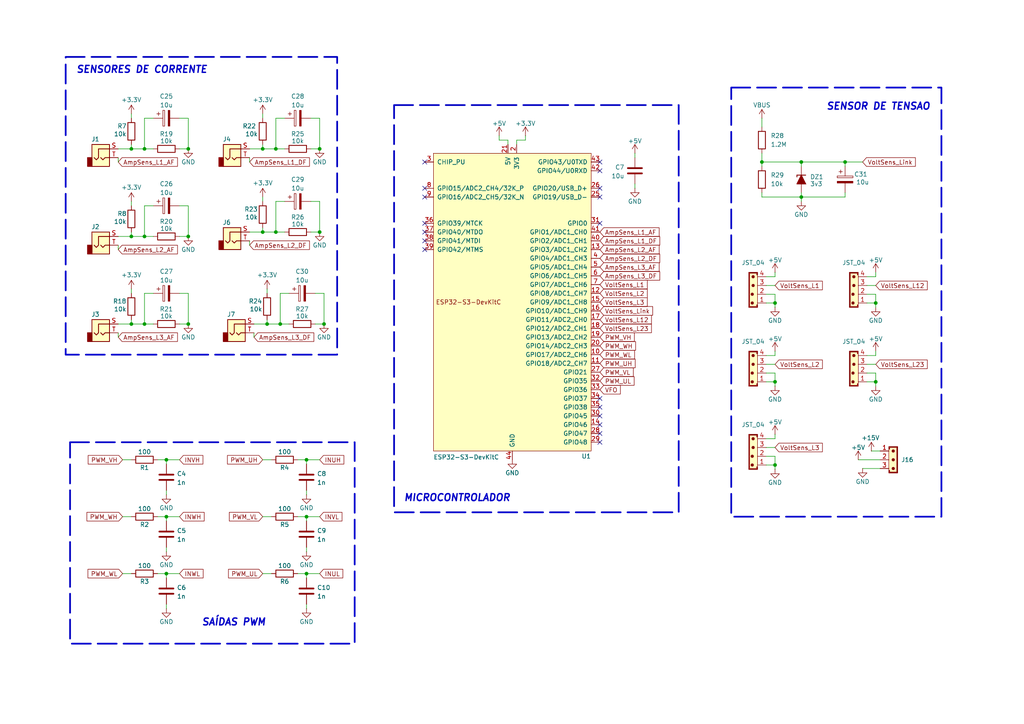
<source format=kicad_sch>
(kicad_sch (version 20231120) (generator "eeschema") (generator_version "8.0")
  (paper "A4")
  (title_block (title "Microcontrolador") (date "2025-02-24") (rev "V1") (company "Autor: José Fonseca") (comment 1 "UFPEL") (comment 2 "GSIC"))
  (lib_symbols
    (symbol "Connector_Audio:AudioJack2"
      (property "Reference" "J" (at 0 8.89 0))
      (property "Value" "AudioJack2" (at 0 6.35 0))
      (symbol "AudioJack2_0_1"
        (rectangle (start -3.81 0) (end -2.54 -2.54) (stroke (width 0.254)) (fill (type outline)))
        (rectangle (start -2.54 3.81) (end 2.54 -2.54) (stroke (width 0.254)) (fill (type background)))
        (polyline (pts (xy 0 0) (xy 0.635 -0.635) (xy 1.27 0) (xy 2.54 0)) (stroke (width 0.254)))
        (polyline (pts (xy 2.54 2.54) (xy -0.635 2.54) (xy -0.635 0) (xy -1.27 -0.635) (xy -1.905 0)) (stroke (width 0.254)))
      )
      (symbol "AudioJack2_1_1"
        (pin passive line (at 5.08 2.54 180) (length 2.54) (name "~") (number "S"))
        (pin passive line (at 5.08 0 180) (length 2.54) (name "~") (number "T"))
      )
    )
    (symbol "Device:C" (pin_numbers hide) (pin_names (offset 0.254))
      (property "Reference" "C" (at 0.635 2.54 0))
      (property "Value" "C" (at 0.635 -2.54 0))
      (symbol "C_0_1"
        (polyline (pts (xy -2.032 -0.762) (xy 2.032 -0.762)) (stroke (width 0.508)))
        (polyline (pts (xy -2.032 0.762) (xy 2.032 0.762)) (stroke (width 0.508)))
      )
      (symbol "C_1_1"
        (pin passive line (at 0 3.81 270) (length 2.794) (name "~") (number "1"))
        (pin passive line (at 0 -3.81 90) (length 2.794) (name "~") (number "2"))
      )
    )
    (symbol "Device:C_Polarized" (pin_numbers hide) (pin_names (offset 0.254))
      (property "Reference" "C" (at 0.635 2.54 0))
      (property "Value" "C_Polarized" (at 0.635 -2.54 0))
      (symbol "C_Polarized_0_1"
        (rectangle (start -2.286 0.508) (end 2.286 1.016))
        (polyline (pts (xy -1.778 2.286) (xy -0.762 2.286)))
        (polyline (pts (xy -1.27 2.794) (xy -1.27 1.778)))
        (rectangle (start 2.286 -0.508) (end -2.286 -1.016) (fill (type outline)))
      )
      (symbol "C_Polarized_1_1"
        (pin passive line (at 0 3.81 270) (length 2.794) (name "~") (number "1"))
        (pin passive line (at 0 -3.81 90) (length 2.794) (name "~") (number "2"))
      )
    )
    (symbol "Device:R" (pin_numbers hide) (pin_names (offset 0))
      (property "Reference" "R" (at 2.032 0 90))
      (property "Value" "R" (at 0 0 90))
      (symbol "R_0_1"
        (rectangle (start -1.016 -2.54) (end 1.016 2.54) (stroke (width 0.254)))
      )
      (symbol "R_1_1"
        (pin passive line (at 0 3.81 270) (length 1.27) (name "~") (number "1"))
        (pin passive line (at 0 -3.81 90) (length 1.27) (name "~") (number "2"))
      )
    )
    (symbol "PCM_Diode_Zener_AKL:D_Zener_Generic" (pin_numbers hide) (pin_names (offset 1.016) hide)
      (property "Reference" "DZ" (at 0 5.08 0))
      (property "Value" "D_Zener_Generic" (at 0 2.54 0))
      (symbol "D_Zener_Generic_0_1"
        (polyline (pts (xy -1.27 0) (xy 1.27 0)))
        (polyline (pts (xy 1.27 1.27) (xy 0.762 1.27)) (stroke (width 0.254)))
        (polyline (pts (xy 1.27 1.27) (xy 1.27 -1.27)) (stroke (width 0.254)))
        (polyline (pts (xy -1.27 -1.27) (xy -1.27 1.27) (xy 1.27 0) (xy -1.27 -1.27)) (stroke (width 0.254)) (fill (type outline)))
      )
      (symbol "D_Zener_Generic_1_1"
        (pin passive line (at 3.81 0 180) (length 2.54) (name "K") (number "1"))
        (pin passive line (at -3.81 0 0) (length 2.54) (name "A") (number "2"))
      )
    )
    (symbol "PCM_Espressif:ESP32-S3-DevKitC" (pin_names (offset 1.016))
      (property "Reference" "U" (at -22.86 48.26 0))
      (property "Value" "ESP32-S3-DevKitC" (at -22.86 45.72 0))
      (symbol "ESP32-S3-DevKitC_0_0"
        (text "ESP32-S3-DevKitC" (at -12.7 0 0) (effects (font (size 1.27 1.27))))
        (pin bidirectional line (at 25.4 -35.56 180) (length 2.54) (name "GPIO46") (number "14"))
        (pin bidirectional line (at 25.4 -10.16 180) (length 2.54) (name "GPIO13/ADC2_CH2") (number "19"))
        (pin bidirectional line (at -25.4 15.24 0) (length 2.54) (name "GPIO42/MTMS") (number "39"))
        (pin bidirectional line (at 25.4 17.78 180) (length 2.54) (name "GPIO2/ADC1_CH1") (number "40"))
        (pin bidirectional line (at 25.4 20.32 180) (length 2.54) (name "GPIO1/ADC1_CH0") (number "41"))
        (pin bidirectional line (at 25.4 38.1 180) (length 2.54) (name "GPIO44/U0RXD") (number "42"))
        (pin bidirectional line (at 25.4 40.64 180) (length 2.54) (name "GPIO43/U0TXD") (number "43"))
        (pin power_in line (at 0 -45.72 90) (length 2.54) (name "GND") (number "44"))
      )
      (symbol "ESP32-S3-DevKitC_0_1"
        (rectangle (start -22.86 43.18) (end 22.86 -43.18) (fill (type background)))
        (pin power_in line (at 1.27 45.72 270) (length 2.54) (name "3V3") (number "2"))
      )
      (symbol "ESP32-S3-DevKitC_1_1"
        (pin passive line (at 1.27 45.72 270) (length 2.54) hide (name "3V3") (number "1"))
        (pin bidirectional line (at 25.4 -15.24 180) (length 2.54) (name "GPIO17/ADC2_CH6") (number "10"))
        (pin bidirectional line (at 25.4 -17.78 180) (length 2.54) (name "GPIO18/ADC2_CH7") (number "11"))
        (pin bidirectional line (at 25.4 2.54 180) (length 2.54) (name "GPIO8/ADC1_CH7") (number "12"))
        (pin bidirectional line (at 25.4 15.24 180) (length 2.54) (name "GPIO3/ADC1_CH2") (number "13"))
        (pin bidirectional line (at 25.4 0 180) (length 2.54) (name "GPIO9/ADC1_CH8") (number "15"))
        (pin bidirectional line (at 25.4 -2.54 180) (length 2.54) (name "GPIO10/ADC1_CH9") (number "16"))
        (pin bidirectional line (at 25.4 -5.08 180) (length 2.54) (name "GPIO11/ADC2_CH0") (number "17"))
        (pin bidirectional line (at 25.4 -7.62 180) (length 2.54) (name "GPIO12/ADC2_CH1") (number "18"))
        (pin bidirectional line (at 25.4 -12.7 180) (length 2.54) (name "GPIO14/ADC2_CH3") (number "20"))
        (pin power_in line (at -1.27 45.72 270) (length 2.54) (name "5V") (number "21"))
        (pin passive line (at 0 -45.72 90) (length 2.54) hide (name "GND") (number "22"))
        (pin passive line (at 0 -45.72 90) (length 2.54) hide (name "GND") (number "23"))
        (pin passive line (at 0 -45.72 90) (length 2.54) hide (name "GND") (number "24"))
        (pin bidirectional line (at 25.4 30.48 180) (length 2.54) (name "GPIO19/USB_D-") (number "25"))
        (pin bidirectional line (at 25.4 33.02 180) (length 2.54) (name "GPIO20/USB_D+") (number "26"))
        (pin bidirectional line (at 25.4 -20.32 180) (length 2.54) (name "GPIO21") (number "27"))
        (pin bidirectional line (at 25.4 -38.1 180) (length 2.54) (name "GPIO47") (number "28"))
        (pin bidirectional line (at 25.4 -40.64 180) (length 2.54) (name "GPIO48") (number "29"))
        (pin input line (at -25.4 40.64 0) (length 2.54) (name "CHIP_PU") (number "3"))
        (pin bidirectional line (at 25.4 -33.02 180) (length 2.54) (name "GPIO45") (number "30"))
        (pin bidirectional line (at 25.4 22.86 180) (length 2.54) (name "GPIO0") (number "31"))
        (pin bidirectional line (at 25.4 -22.86 180) (length 2.54) (name "GPIO35") (number "32"))
        (pin bidirectional line (at 25.4 -25.4 180) (length 2.54) (name "GPIO36") (number "33"))
        (pin bidirectional line (at 25.4 -27.94 180) (length 2.54) (name "GPIO37") (number "34"))
        (pin bidirectional line (at 25.4 -30.48 180) (length 2.54) (name "GPIO38") (number "35"))
        (pin bidirectional line (at -25.4 22.86 0) (length 2.54) (name "GPIO39/MTCK") (number "36"))
        (pin bidirectional line (at -25.4 20.32 0) (length 2.54) (name "GPIO40/MTDO") (number "37"))
        (pin bidirectional line (at -25.4 17.78 0) (length 2.54) (name "GPIO41/MTDI") (number "38"))
        (pin bidirectional line (at 25.4 12.7 180) (length 2.54) (name "GPIO4/ADC1_CH3") (number "4"))
        (pin bidirectional line (at 25.4 10.16 180) (length 2.54) (name "GPIO5/ADC1_CH4") (number "5"))
        (pin bidirectional line (at 25.4 7.62 180) (length 2.54) (name "GPIO6/ADC1_CH5") (number "6"))
        (pin bidirectional line (at 25.4 5.08 180) (length 2.54) (name "GPIO7/ADC1_CH6") (number "7"))
        (pin bidirectional line (at -25.4 33.02 0) (length 2.54) (name "GPIO15/ADC2_CH4/32K_P") (number "8"))
        (pin bidirectional line (at -25.4 30.48 0) (length 2.54) (name "GPIO16/ADC2_CH5/32K_N") (number "9"))
      )
    )
    (symbol "PCM_SL_Connectors:JST_03"
      (property "Reference" "J" (at 0 8.89 0))
      (property "Value" "JST_03" (at 0 6.35 0))
      (symbol "JST_03_0_1"
        (rectangle (start -1.27 3.81) (end 1.27 -3.81) (fill (type background)))
        (circle (center 0 -2.54) (radius 0.381) (fill (type outline)))
        (polyline (pts (xy -1.27 -3.048) (xy -1.27 -3.81) (xy 1.27 -3.81) (xy 1.27 -3.048) (xy 1.016 -3.048) (xy 1.016 -3.556) (xy -1.016 -3.556) (xy -1.016 -3.048) (xy -1.27 -3.048)) (fill (type outline)))
        (polyline (pts (xy 1.27 3.048) (xy 1.27 3.81) (xy -1.27 3.81) (xy -1.27 3.048) (xy -1.016 3.048) (xy -1.016 3.556) (xy 1.016 3.556) (xy 1.016 3.048) (xy 1.27 3.048)) (fill (type outline)))
        (circle (center 0 0) (radius 0.381) (fill (type outline)))
        (circle (center 0 2.54) (radius 0.381) (fill (type outline)))
        (rectangle (start 1.016 3.048) (end 1.27 -3.048) (fill (type outline)))
      )
      (symbol "JST_03_1_1"
        (pin passive line (at -3.81 2.54 0) (length 2.54) (name "") (number "1"))
        (pin passive line (at -3.81 0 0) (length 2.54) (name "") (number "2"))
        (pin passive line (at -3.81 -2.54 0) (length 2.54) (name "") (number "3"))
      )
    )
    (symbol "PCM_SL_Connectors:JST_04"
      (property "Reference" "J" (at 0 10.414 0))
      (property "Value" "JST_04" (at 0 7.874 0))
      (symbol "JST_04_0_1"
        (rectangle (start -1.27 5.334) (end 1.27 -4.826) (fill (type background)))
        (circle (center 0 -3.556) (radius 0.381) (fill (type outline)))
        (circle (center 0 -1.016) (radius 0.381) (fill (type outline)))
        (polyline (pts (xy -1.27 -4.064) (xy -1.27 -4.826) (xy 1.27 -4.826) (xy 1.27 -4.064) (xy 1.016 -4.064) (xy 1.016 -4.572) (xy -1.016 -4.572) (xy -1.016 -4.064) (xy -1.27 -4.064)) (fill (type outline)))
        (polyline (pts (xy 1.27 4.572) (xy 1.27 5.334) (xy -1.27 5.334) (xy -1.27 4.572) (xy -1.016 4.572) (xy -1.016 5.08) (xy 1.016 5.08) (xy 1.016 4.572) (xy 1.27 4.572)) (fill (type outline)))
        (circle (center 0.254 1.524) (radius 0.381) (fill (type outline)))
        (circle (center 0.254 4.064) (radius 0.381) (fill (type outline)))
        (rectangle (start 1.016 4.572) (end 1.27 -4.064) (fill (type outline)))
      )
      (symbol "JST_04_1_1"
        (pin passive line (at -3.81 4.064 0) (length 2.54) (name "") (number "1"))
        (pin passive line (at -3.81 1.524 0) (length 2.54) (name "") (number "2"))
        (pin passive line (at -3.81 -1.016 0) (length 2.54) (name "") (number "3"))
        (pin passive line (at -3.81 -3.556 0) (length 2.54) (name "") (number "4"))
      )
    )
    (symbol "power:+15V" (power) (pin_numbers hide) (pin_names (offset 0) hide)
      (property "Value" "+15V" (at 0 3.556 0))
      (symbol "+15V_0_1"
        (polyline (pts (xy -0.762 1.27) (xy 0 2.54)))
        (polyline (pts (xy 0 0) (xy 0 2.54)))
        (polyline (pts (xy 0 2.54) (xy 0.762 1.27)))
      )
      (symbol "+15V_1_1"
        (pin power_in line (at 0 0 90) (length 0) (name "~") (number "1"))
      )
    )
    (symbol "power:+3.3V" (power) (pin_numbers hide) (pin_names (offset 0) hide)
      (property "Value" "+3.3V" (at 0 3.556 0))
      (symbol "+3.3V_0_1"
        (polyline (pts (xy -0.762 1.27) (xy 0 2.54)))
        (polyline (pts (xy 0 0) (xy 0 2.54)))
        (polyline (pts (xy 0 2.54) (xy 0.762 1.27)))
      )
      (symbol "+3.3V_1_1"
        (pin power_in line (at 0 0 90) (length 0) (name "~") (number "1"))
      )
    )
    (symbol "power:+5V" (power) (pin_numbers hide) (pin_names (offset 0) hide)
      (property "Value" "+5V" (at 0 3.556 0))
      (symbol "+5V_0_1"
        (polyline (pts (xy -0.762 1.27) (xy 0 2.54)))
        (polyline (pts (xy 0 0) (xy 0 2.54)))
        (polyline (pts (xy 0 2.54) (xy 0.762 1.27)))
      )
      (symbol "+5V_1_1"
        (pin power_in line (at 0 0 90) (length 0) (name "~") (number "1"))
      )
    )
    (symbol "power:GND" (power) (pin_numbers hide) (pin_names (offset 0) hide)
      (property "Value" "GND" (at 0 -3.81 0))
      (symbol "GND_0_1"
        (polyline (pts (xy 0 0) (xy 0 -1.27) (xy 1.27 -1.27) (xy 0 -2.54) (xy -1.27 -1.27) (xy 0 -1.27)))
      )
      (symbol "GND_1_1"
        (pin power_in line (at 0 0 270) (length 0) (name "~") (number "1"))
      )
    )
    (symbol "power:VBUS" (power) (pin_numbers hide) (pin_names (offset 0) hide)
      (property "Value" "VBUS" (at 0 3.556 0))
      (symbol "VBUS_0_1"
        (polyline (pts (xy -0.762 1.27) (xy 0 2.54)))
        (polyline (pts (xy 0 0) (xy 0 2.54)))
        (polyline (pts (xy 0 2.54) (xy 0.762 1.27)))
      )
      (symbol "VBUS_1_1"
        (pin power_in line (at 0 0 90) (length 0) (name "~") (number "1"))
      )
    )
  )
  (junction (at 88.9 166.37))
  (junction (at 48.26 133.35))
  (junction (at 232.41 46.99))
  (junction (at 245.11 46.99))
  (junction (at 254 87.884))
  (junction (at 224.79 110.744))
  (junction (at 232.41 57.15))
  (junction (at 38.1 93.98))
  (junction (at 80.01 43.18))
  (junction (at 54.61 43.18))
  (junction (at 41.91 43.18))
  (junction (at 224.79 87.884))
  (junction (at 88.9 133.35))
  (junction (at 80.01 67.31))
  (junction (at 38.1 68.58))
  (junction (at 92.71 67.31))
  (junction (at 41.91 68.58))
  (junction (at 38.1 43.18))
  (junction (at 54.61 93.98))
  (junction (at 48.26 149.86))
  (junction (at 41.91 93.98))
  (junction (at 81.28 93.98))
  (junction (at 92.71 43.18))
  (junction (at 54.61 68.58))
  (junction (at 76.2 43.18))
  (junction (at 254 110.744))
  (junction (at 224.79 134.874))
  (junction (at 76.2 67.31))
  (junction (at 93.98 93.98))
  (junction (at 88.9 149.86))
  (junction (at 77.47 93.98))
  (junction (at 220.98 46.99))
  (junction (at 48.26 166.37))
  (no_connect (at 173.99 57.15))
  (no_connect (at 173.99 46.99))
  (no_connect (at 123.19 67.31))
  (no_connect (at 173.99 120.65))
  (no_connect (at 123.19 64.77))
  (no_connect (at 123.19 57.15))
  (no_connect (at 173.99 115.57))
  (no_connect (at 173.99 54.61))
  (no_connect (at 123.19 69.85))
  (no_connect (at 173.99 128.27))
  (no_connect (at 173.99 125.73))
  (no_connect (at 173.99 123.19))
  (no_connect (at 173.99 118.11))
  (no_connect (at 123.19 54.61))
  (no_connect (at 173.99 64.77))
  (no_connect (at 173.99 49.53))
  (no_connect (at 123.19 46.99))
  (no_connect (at 123.19 72.39))
  (wire (pts (xy 76.2 67.31) (xy 80.01 67.31)))
  (wire (pts (xy 251.46 80.264) (xy 254 80.264)))
  (wire (pts (xy 73.66 97.79) (xy 73.66 96.52)))
  (wire (pts (xy 83.82 93.98) (xy 81.28 93.98)))
  (wire (pts (xy 52.07 68.58) (xy 54.61 68.58)))
  (wire (pts (xy 35.56 133.35) (xy 38.1 133.35)))
  (wire (pts (xy 88.9 143.51) (xy 88.9 142.24)))
  (wire (pts (xy 76.2 41.91) (xy 76.2 43.18)))
  (wire (pts (xy 48.26 167.64) (xy 48.26 166.37)))
  (wire (pts (xy 76.2 43.18) (xy 80.01 43.18)))
  (wire (pts (xy 76.2 133.35) (xy 78.74 133.35)))
  (wire (pts (xy 80.01 58.42) (xy 80.01 67.31)))
  (wire (pts (xy 254 101.854) (xy 254 103.124)))
  (wire (pts (xy 149.86 40.64) (xy 149.86 41.91)))
  (wire (pts (xy 52.07 43.18) (xy 54.61 43.18)))
  (wire (pts (xy 76.2 33.02) (xy 76.2 34.29)))
  (wire (pts (xy 88.9 149.86) (xy 88.9 151.13)))
  (wire (pts (xy 35.56 149.86) (xy 38.1 149.86)))
  (wire (pts (xy 76.2 66.04) (xy 76.2 67.31)))
  (wire (pts (xy 76.2 149.86) (xy 78.74 149.86)))
  (wire (pts (xy 144.78 40.64) (xy 147.32 40.64)))
  (wire (pts (xy 220.98 48.26) (xy 220.98 46.99)))
  (wire (pts (xy 224.79 82.804) (xy 222.25 82.804)))
  (wire (pts (xy 220.98 57.15) (xy 220.98 55.88)))
  (wire (pts (xy 222.25 85.344) (xy 224.79 85.344)))
  (wire (pts (xy 38.1 41.91) (xy 38.1 43.18)))
  (wire (pts (xy 252.73 130.81) (xy 255.27 130.81)))
  (wire (pts (xy 232.41 48.26) (xy 232.41 46.99)))
  (wire (pts (xy 224.79 105.664) (xy 222.25 105.664)))
  (wire (pts (xy 88.9 133.35) (xy 92.71 133.35)))
  (wire (pts (xy 245.11 46.99) (xy 232.41 46.99)))
  (wire (pts (xy 224.79 129.794) (xy 222.25 129.794)))
  (wire (pts (xy 80.01 34.29) (xy 80.01 43.18)))
  (wire (pts (xy 144.78 39.37) (xy 144.78 40.64)))
  (wire (pts (xy 77.47 93.98) (xy 81.28 93.98)))
  (wire (pts (xy 222.25 80.264) (xy 224.79 80.264)))
  (wire (pts (xy 184.15 45.72) (xy 184.15 44.45)))
  (wire (pts (xy 48.26 166.37) (xy 45.72 166.37)))
  (wire (pts (xy 82.55 43.18) (xy 80.01 43.18)))
  (wire (pts (xy 152.4 39.37) (xy 152.4 40.64)))
  (wire (pts (xy 72.39 71.12) (xy 72.39 69.85)))
  (wire (pts (xy 38.1 43.18) (xy 41.91 43.18)))
  (wire (pts (xy 82.55 67.31) (xy 80.01 67.31)))
  (wire (pts (xy 152.4 40.64) (xy 149.86 40.64)))
  (wire (pts (xy 77.47 83.82) (xy 77.47 85.09)))
  (wire (pts (xy 45.72 133.35) (xy 48.26 133.35)))
  (wire (pts (xy 92.71 58.42) (xy 92.71 67.31)))
  (wire (pts (xy 254 80.264) (xy 254 78.994)))
  (wire (pts (xy 72.39 46.99) (xy 72.39 45.72)))
  (wire (pts (xy 38.1 33.02) (xy 38.1 34.29)))
  (wire (pts (xy 88.9 166.37) (xy 92.71 166.37)))
  (wire (pts (xy 82.55 34.29) (xy 80.01 34.29)))
  (wire (pts (xy 88.9 167.64) (xy 88.9 166.37)))
  (wire (pts (xy 251.46 87.884) (xy 254 87.884)))
  (wire (pts (xy 251.46 110.744) (xy 254 110.744)))
  (wire (pts (xy 44.45 34.29) (xy 41.91 34.29)))
  (wire (pts (xy 220.98 57.15) (xy 232.41 57.15)))
  (wire (pts (xy 45.72 149.86) (xy 48.26 149.86)))
  (wire (pts (xy 232.41 57.15) (xy 232.41 55.88)))
  (wire (pts (xy 224.79 134.874) (xy 224.79 132.334)))
  (wire (pts (xy 88.9 166.37) (xy 86.36 166.37)))
  (wire (pts (xy 44.45 59.69) (xy 41.91 59.69)))
  (wire (pts (xy 245.11 46.99) (xy 245.11 48.26)))
  (wire (pts (xy 48.26 175.26) (xy 48.26 176.53)))
  (wire (pts (xy 90.17 58.42) (xy 92.71 58.42)))
  (wire (pts (xy 76.2 57.15) (xy 76.2 58.42)))
  (wire (pts (xy 34.29 46.99) (xy 34.29 45.72)))
  (wire (pts (xy 224.79 110.744) (xy 224.79 112.014)))
  (wire (pts (xy 38.1 68.58) (xy 41.91 68.58)))
  (wire (pts (xy 88.9 133.35) (xy 88.9 134.62)))
  (wire (pts (xy 38.1 58.42) (xy 38.1 59.69)))
  (wire (pts (xy 48.26 133.35) (xy 48.26 134.62)))
  (wire (pts (xy 254 110.744) (xy 254 112.014)))
  (wire (pts (xy 52.07 85.09) (xy 54.61 85.09)))
  (wire (pts (xy 48.26 166.37) (xy 52.07 166.37)))
  (wire (pts (xy 248.92 133.35) (xy 255.27 133.35)))
  (wire (pts (xy 44.45 68.58) (xy 41.91 68.58)))
  (wire (pts (xy 48.26 160.02) (xy 48.26 158.75)))
  (wire (pts (xy 54.61 59.69) (xy 54.61 68.58)))
  (wire (pts (xy 88.9 175.26) (xy 88.9 176.53)))
  (wire (pts (xy 90.17 34.29) (xy 92.71 34.29)))
  (wire (pts (xy 90.17 67.31) (xy 92.71 67.31)))
  (wire (pts (xy 254 82.804) (xy 251.46 82.804)))
  (wire (pts (xy 76.2 166.37) (xy 78.74 166.37)))
  (wire (pts (xy 222.25 108.204) (xy 224.79 108.204)))
  (wire (pts (xy 224.79 85.344) (xy 224.79 87.884)))
  (wire (pts (xy 48.26 143.51) (xy 48.26 142.24)))
  (wire (pts (xy 34.29 68.58) (xy 38.1 68.58)))
  (wire (pts (xy 52.07 34.29) (xy 54.61 34.29)))
  (wire (pts (xy 184.15 53.34) (xy 184.15 54.61)))
  (wire (pts (xy 224.79 108.204) (xy 224.79 110.744)))
  (wire (pts (xy 251.46 85.344) (xy 254 85.344)))
  (wire (pts (xy 220.98 44.45) (xy 220.98 46.99)))
  (wire (pts (xy 41.91 85.09) (xy 41.91 93.98)))
  (wire (pts (xy 93.98 85.09) (xy 93.98 93.98)))
  (wire (pts (xy 44.45 85.09) (xy 41.91 85.09)))
  (wire (pts (xy 222.25 134.874) (xy 224.79 134.874)))
  (wire (pts (xy 72.39 67.31) (xy 76.2 67.31)))
  (wire (pts (xy 232.41 58.42) (xy 232.41 57.15)))
  (wire (pts (xy 88.9 149.86) (xy 92.71 149.86)))
  (wire (pts (xy 86.36 149.86) (xy 88.9 149.86)))
  (wire (pts (xy 224.79 136.144) (xy 224.79 134.874)))
  (wire (pts (xy 254 85.344) (xy 254 87.884)))
  (wire (pts (xy 224.79 103.124) (xy 222.25 103.124)))
  (wire (pts (xy 86.36 133.35) (xy 88.9 133.35)))
  (wire (pts (xy 83.82 85.09) (xy 81.28 85.09)))
  (wire (pts (xy 77.47 92.71) (xy 77.47 93.98)))
  (wire (pts (xy 88.9 160.02) (xy 88.9 158.75)))
  (wire (pts (xy 224.79 132.334) (xy 222.25 132.334)))
  (wire (pts (xy 222.25 87.884) (xy 224.79 87.884)))
  (wire (pts (xy 245.11 57.15) (xy 245.11 55.88)))
  (wire (pts (xy 44.45 93.98) (xy 41.91 93.98)))
  (wire (pts (xy 34.29 43.18) (xy 38.1 43.18)))
  (wire (pts (xy 34.29 72.39) (xy 34.29 71.12)))
  (wire (pts (xy 251.46 108.204) (xy 254 108.204)))
  (wire (pts (xy 224.79 89.154) (xy 224.79 87.884)))
  (wire (pts (xy 254 103.124) (xy 251.46 103.124)))
  (wire (pts (xy 35.56 166.37) (xy 38.1 166.37)))
  (wire (pts (xy 48.26 149.86) (xy 48.26 151.13)))
  (wire (pts (xy 54.61 34.29) (xy 54.61 43.18)))
  (wire (pts (xy 48.26 133.35) (xy 52.07 133.35)))
  (wire (pts (xy 250.19 135.89) (xy 255.27 135.89)))
  (wire (pts (xy 38.1 83.82) (xy 38.1 85.09)))
  (wire (pts (xy 34.29 97.79) (xy 34.29 96.52)))
  (wire (pts (xy 220.98 34.29) (xy 220.98 36.83)))
  (wire (pts (xy 48.26 149.86) (xy 52.07 149.86)))
  (wire (pts (xy 220.98 46.99) (xy 232.41 46.99)))
  (wire (pts (xy 147.32 40.64) (xy 147.32 41.91)))
  (wire (pts (xy 54.61 85.09) (xy 54.61 93.98)))
  (wire (pts (xy 91.44 93.98) (xy 93.98 93.98)))
  (wire (pts (xy 73.66 93.98) (xy 77.47 93.98)))
  (wire (pts (xy 52.07 93.98) (xy 54.61 93.98)))
  (wire (pts (xy 90.17 43.18) (xy 92.71 43.18)))
  (wire (pts (xy 41.91 59.69) (xy 41.91 68.58)))
  (wire (pts (xy 81.28 85.09) (xy 81.28 93.98)))
  (wire (pts (xy 91.44 85.09) (xy 93.98 85.09)))
  (wire (pts (xy 38.1 67.31) (xy 38.1 68.58)))
  (wire (pts (xy 44.45 43.18) (xy 41.91 43.18)))
  (wire (pts (xy 222.25 110.744) (xy 224.79 110.744)))
  (wire (pts (xy 72.39 43.18) (xy 76.2 43.18)))
  (wire (pts (xy 224.79 80.264) (xy 224.79 78.994)))
  (wire (pts (xy 254 108.204) (xy 254 110.744)))
  (wire (pts (xy 92.71 34.29) (xy 92.71 43.18)))
  (wire (pts (xy 52.07 59.69) (xy 54.61 59.69)))
  (wire (pts (xy 254 89.154) (xy 254 87.884)))
  (wire (pts (xy 254 105.664) (xy 251.46 105.664)))
  (wire (pts (xy 245.11 46.99) (xy 250.19 46.99)))
  (wire (pts (xy 34.29 93.98) (xy 38.1 93.98)))
  (wire (pts (xy 224.79 127.254) (xy 224.79 125.984)))
  (wire (pts (xy 38.1 93.98) (xy 41.91 93.98)))
  (wire (pts (xy 38.1 92.71) (xy 38.1 93.98)))
  (wire (pts (xy 41.91 34.29) (xy 41.91 43.18)))
  (wire (pts (xy 232.41 57.15) (xy 245.11 57.15)))
  (wire (pts (xy 224.79 101.854) (xy 224.79 103.124)))
  (wire (pts (xy 82.55 58.42) (xy 80.01 58.42)))
  (wire (pts (xy 224.79 127.254) (xy 222.25 127.254)))
  (rectangle (start 19.05 16.51) (end 97.79 102.87) (stroke (width 0.5) (type dash)))
  (rectangle (start 20.32 128.27) (end 102.87 186.69) (stroke (width 0.5) (type dash)))
  (rectangle (start 212.09 25.4) (end 273.05 149.86) (stroke (width 0.5) (type dash)))
  (rectangle (start 114.3 30.48) (end 196.85 148.59) (stroke (width 0.5) (type dash)))
  (image (at 151.13 -132.08) (scale 1.33145))
  (text "SENSORES DE CORRENTE\n" (at 41.148 20.32 0) (effects (font (size 2 2) (bold yes) (italic yes))))
  (text "MICROCONTROLADOR\n" (at 132.588 144.526 0) (effects (font (size 2 2) (bold yes) (italic yes))))
  (text "SAÍDAS PWM\n" (at 67.818 180.594 0) (effects (font (size 2 2) (bold yes) (italic yes))))
  (text "SENSOR DE TENSAO\n" (at 254.762 30.988 0) (effects (font (size 2 2) (bold yes) (italic yes))))
  (global_label "INUL" (shape input) (at 92.71 166.37 0) (property "Intersheetrefs" "${INTERSHEET_REFS}" (effects (hide yes))))
  (global_label "PWM_WH" (shape input) (at 35.56 149.86 180) (property "Intersheetrefs" "${INTERSHEET_REFS}" (effects (hide yes))))
  (global_label "AmpSens_L3_DF" (shape input) (at 173.99 80.01 0) (property "Intersheetrefs" "${INTERSHEET_REFS}" (effects (hide yes))))
  (global_label "INVH" (shape input) (at 52.07 133.35 0) (property "Intersheetrefs" "${INTERSHEET_REFS}" (effects (hide yes))))
  (global_label "PWM_VL" (shape input) (at 173.99 107.95 0) (property "Intersheetrefs" "${INTERSHEET_REFS}" (effects (hide yes))))
  (global_label "AmpSens_L2_DF" (shape input) (at 72.39 71.12 0) (property "Intersheetrefs" "${INTERSHEET_REFS}" (effects (hide yes))))
  (global_label "AmpSens_L3_DF" (shape input) (at 73.66 97.79 0) (property "Intersheetrefs" "${INTERSHEET_REFS}" (effects (hide yes))))
  (global_label "INWL" (shape input) (at 52.07 166.37 0) (property "Intersheetrefs" "${INTERSHEET_REFS}" (effects (hide yes))))
  (global_label "VoltSens_Link" (shape input) (at 173.99 90.17 0) (property "Intersheetrefs" "${INTERSHEET_REFS}" (effects (hide yes))))
  (global_label "VoltSens_L1" (shape input) (at 173.99 82.55 0) (property "Intersheetrefs" "${INTERSHEET_REFS}" (effects (hide yes))))
  (global_label "PWM_VL" (shape input) (at 76.2 149.86 180) (property "Intersheetrefs" "${INTERSHEET_REFS}" (effects (hide yes))))
  (global_label "PWM_VH" (shape input) (at 173.99 97.79 0) (property "Intersheetrefs" "${INTERSHEET_REFS}" (effects (hide yes))))
  (global_label "VoltSens_L2" (shape input) (at 224.79 105.664 0) (property "Intersheetrefs" "${INTERSHEET_REFS}" (effects (hide yes))))
  (global_label "VFO" (shape input) (at 173.99 113.03 0) (property "Intersheetrefs" "${INTERSHEET_REFS}" (effects (hide yes))))
  (global_label "PWM_VH" (shape input) (at 35.56 133.35 180) (property "Intersheetrefs" "${INTERSHEET_REFS}" (effects (hide yes))))
  (global_label "VoltSens_Link" (shape input) (at 250.19 46.99 0) (property "Intersheetrefs" "${INTERSHEET_REFS}" (effects (hide yes))))
  (global_label "VoltSens_L1" (shape input) (at 224.79 82.804 0) (property "Intersheetrefs" "${INTERSHEET_REFS}" (effects (hide yes))))
  (global_label "VoltSens_L23" (shape input) (at 173.99 95.25 0) (property "Intersheetrefs" "${INTERSHEET_REFS}" (effects (hide yes))))
  (global_label "INVL" (shape input) (at 92.71 149.86 0) (property "Intersheetrefs" "${INTERSHEET_REFS}" (effects (hide yes))))
  (global_label "PWM_UH" (shape input) (at 173.99 105.41 0) (property "Intersheetrefs" "${INTERSHEET_REFS}" (effects (hide yes))))
  (global_label "VoltSens_L12" (shape input) (at 254 82.804 0) (property "Intersheetrefs" "${INTERSHEET_REFS}" (effects (hide yes))))
  (global_label "VoltSens_L12" (shape input) (at 173.99 92.71 0) (property "Intersheetrefs" "${INTERSHEET_REFS}" (effects (hide yes))))
  (global_label "VoltSens_L3" (shape input) (at 173.99 87.63 0) (property "Intersheetrefs" "${INTERSHEET_REFS}" (effects (hide yes))))
  (global_label "PWM_UL" (shape input) (at 173.99 110.49 0) (property "Intersheetrefs" "${INTERSHEET_REFS}" (effects (hide yes))))
  (global_label "AmpSens_L3_AF" (shape input) (at 34.29 97.79 0) (property "Intersheetrefs" "${INTERSHEET_REFS}" (effects (hide yes))))
  (global_label "INWH" (shape input) (at 52.07 149.86 0) (property "Intersheetrefs" "${INTERSHEET_REFS}" (effects (hide yes))))
  (global_label "PWM_UL" (shape input) (at 76.2 166.37 180) (property "Intersheetrefs" "${INTERSHEET_REFS}" (effects (hide yes))))
  (global_label "PWM_WL" (shape input) (at 35.56 166.37 180) (property "Intersheetrefs" "${INTERSHEET_REFS}" (effects (hide yes))))
  (global_label "VoltSens_L3" (shape input) (at 224.79 129.794 0) (property "Intersheetrefs" "${INTERSHEET_REFS}" (effects (hide yes))))
  (global_label "AmpSens_L3_AF" (shape input) (at 173.99 77.47 0) (property "Intersheetrefs" "${INTERSHEET_REFS}" (effects (hide yes))))
  (global_label "VoltSens_L23" (shape input) (at 254 105.664 0) (property "Intersheetrefs" "${INTERSHEET_REFS}" (effects (hide yes))))
  (global_label "AmpSens_L1_AF" (shape input) (at 173.99 67.31 0) (property "Intersheetrefs" "${INTERSHEET_REFS}" (effects (hide yes))))
  (global_label "PWM_WH" (shape input) (at 173.99 100.33 0) (property "Intersheetrefs" "${INTERSHEET_REFS}" (effects (hide yes))))
  (global_label "AmpSens_L2_AF" (shape input) (at 173.99 72.39 0) (property "Intersheetrefs" "${INTERSHEET_REFS}" (effects (hide yes))))
  (global_label "AmpSens_L2_AF" (shape input) (at 34.29 72.39 0) (property "Intersheetrefs" "${INTERSHEET_REFS}" (effects (hide yes))))
  (global_label "VoltSens_L2" (shape input) (at 173.99 85.09 0) (property "Intersheetrefs" "${INTERSHEET_REFS}" (effects (hide yes))))
  (global_label "INUH" (shape input) (at 92.71 133.35 0) (property "Intersheetrefs" "${INTERSHEET_REFS}" (effects (hide yes))))
  (global_label "PWM_WL" (shape input) (at 173.99 102.87 0) (property "Intersheetrefs" "${INTERSHEET_REFS}" (effects (hide yes))))
  (global_label "AmpSens_L2_DF" (shape input) (at 173.99 74.93 0) (property "Intersheetrefs" "${INTERSHEET_REFS}" (effects (hide yes))))
  (global_label "PWM_UH" (shape input) (at 76.2 133.35 180) (property "Intersheetrefs" "${INTERSHEET_REFS}" (effects (hide yes))))
  (global_label "AmpSens_L1_AF" (shape input) (at 34.29 46.99 0) (property "Intersheetrefs" "${INTERSHEET_REFS}" (effects (hide yes))))
  (global_label "AmpSens_L1_DF" (shape input) (at 173.99 69.85 0) (property "Intersheetrefs" "${INTERSHEET_REFS}" (effects (hide yes))))
  (global_label "AmpSens_L1_DF" (shape input) (at 72.39 46.99 0) (property "Intersheetrefs" "${INTERSHEET_REFS}" (effects (hide yes))))
  (symbol (lib_id "Device:R") (at 38.1 38.1 0) (unit 1)
    (property "Reference" "R7" (at 34.036 36.576 0) (effects (justify left)))
    (property "Value" "10k" (at 33.02 38.862 0) (effects (justify left)))
    (property "Footprint" "PCM_Resistor_THT_AKL:R_Axial_DIN0411_L9.9mm_D3.6mm_P20.32mm_Horizontal" (effects (hide yes)))
    (property "Description" "Resistor" (effects (hide yes)))
  )
  (symbol (lib_id "Device:R") (at 38.1 88.9 0) (unit 1)
    (property "Reference" "R18" (at 32.766 87.376 0) (effects (justify left)))
    (property "Value" "10k" (at 33.02 89.662 0) (effects (justify left)))
    (property "Footprint" "PCM_Resistor_THT_AKL:R_Axial_DIN0411_L9.9mm_D3.6mm_P20.32mm_Horizontal" (effects (hide yes)))
    (property "Description" "Resistor" (effects (hide yes)))
  )
  (symbol (lib_id "power:GND") (at 93.98 93.98 0) (unit 1)
    (property "Reference" "#PWR039" (effects (hide yes)))
    (property "Value" "GND" (at 93.98 97.79 0))
    (property "Description" "Power symbol creates a global label with name \"GND\" , ground" (effects (hide yes)))
  )
  (symbol (lib_id "Device:R") (at 76.2 62.23 0) (unit 1)
    (property "Reference" "R23" (at 70.866 60.706 0) (effects (justify left)))
    (property "Value" "10k" (at 71.12 62.992 0) (effects (justify left)))
    (property "Footprint" "PCM_Resistor_THT_AKL:R_Axial_DIN0411_L9.9mm_D3.6mm_P20.32mm_Horizontal" (effects (hide yes)))
    (property "Description" "Resistor" (effects (hide yes)))
  )
  (symbol (lib_id "Device:R") (at 87.63 93.98 90) (unit 1)
    (property "Reference" "R27" (at 87.63 89.662 90))
    (property "Value" "10k" (at 87.63 91.694 90))
    (property "Footprint" "PCM_Resistor_THT_AKL:R_Axial_DIN0411_L9.9mm_D3.6mm_P20.32mm_Horizontal" (effects (hide yes)))
    (property "Description" "Resistor" (effects (hide yes)))
  )
  (symbol (lib_id "power:GND") (at 250.19 135.89 0) (unit 1)
    (property "Reference" "#PWR061" (effects (hide yes)))
    (property "Value" "GND" (at 250.19 139.7 0))
    (property "Description" "Power symbol creates a global label with name \"GND\" , ground" (effects (hide yes)))
  )
  (symbol (lib_id "power:GND") (at 92.71 43.18 0) (unit 1)
    (property "Reference" "#PWR037" (effects (hide yes)))
    (property "Value" "GND" (at 92.71 46.99 0))
    (property "Description" "Power symbol creates a global label with name \"GND\" , ground" (effects (hide yes)))
  )
  (symbol (lib_id "power:+3.3V") (at 38.1 33.02 0) (unit 1)
    (property "Reference" "#PWR028" (effects (hide yes)))
    (property "Value" "+3.3V" (at 38.1 28.956 0))
    (property "Description" "Power symbol creates a global label with name \"+3.3V\"" (effects (hide yes)))
  )
  (symbol (lib_id "Device:R") (at 82.55 166.37 90) (unit 1)
    (property "Reference" "R6" (at 82.55 168.656 90))
    (property "Value" "100" (at 82.55 164.084 90))
    (property "Footprint" "PCM_Resistor_THT_AKL:R_Axial_DIN0411_L9.9mm_D3.6mm_P20.32mm_Horizontal" (effects (hide yes)))
    (property "Description" "Resistor" (effects (hide yes)))
  )
  (symbol (lib_id "power:+3.3V") (at 38.1 58.42 0) (unit 1)
    (property "Reference" "#PWR029" (effects (hide yes)))
    (property "Value" "+3.3V" (at 38.1 54.356 0))
    (property "Description" "Power symbol creates a global label with name \"+3.3V\"" (effects (hide yes)))
  )
  (symbol (lib_id "Device:R") (at 48.26 93.98 90) (unit 1)
    (property "Reference" "R21" (at 48.26 89.662 90))
    (property "Value" "10k" (at 48.26 91.694 90))
    (property "Footprint" "PCM_Resistor_THT_AKL:R_Axial_DIN0411_L9.9mm_D3.6mm_P20.32mm_Horizontal" (effects (hide yes)))
    (property "Description" "Resistor" (effects (hide yes)))
  )
  (symbol (lib_id "power:+3.3V") (at 76.2 57.15 0) (unit 1)
    (property "Reference" "#PWR035" (effects (hide yes)))
    (property "Value" "+3.3V" (at 76.2 53.086 0))
    (property "Description" "Power symbol creates a global label with name \"+3.3V\"" (effects (hide yes)))
  )
  (symbol (lib_id "Device:C") (at 48.26 171.45 0) (unit 1)
    (property "Reference" "C6" (at 51.308 170.434 0) (effects (justify left)))
    (property "Value" "1n" (at 51.308 172.974 0) (effects (justify left)))
    (property "Footprint" "Capacitor_THT:C_Disc_D4.7mm_W2.5mm_P5.00mm" (effects (hide yes)))
    (property "Description" "Unpolarized capacitor" (effects (hide yes)))
  )
  (symbol (lib_id "power:GND") (at 48.26 176.53 0) (unit 1)
    (property "Reference" "#PWR015" (effects (hide yes)))
    (property "Value" "GND" (at 48.26 180.34 0))
    (property "Description" "Power symbol creates a global label with name \"GND\" , ground" (effects (hide yes)))
  )
  (symbol (lib_id "power:+5V") (at 224.79 101.854 0) (unit 1)
    (property "Reference" "#PWR043" (effects (hide yes)))
    (property "Value" "+5V" (at 224.79 98.298 0))
    (property "Description" "Power symbol creates a global label with name \"+5V\"" (effects (hide yes)))
  )
  (symbol (lib_id "Device:C_Polarized") (at 48.26 34.29 90) (mirror x) (unit 1)
    (property "Reference" "C25" (at 48.26 27.94 90))
    (property "Value" "10u" (at 48.26 30.48 90))
    (property "Footprint" "Capacitor_THT:CP_Radial_D6.3mm_P2.50mm" (effects (hide yes)))
    (property "Description" "Polarized capacitor" (effects (hide yes)))
  )
  (symbol (lib_id "power:GND") (at 224.79 112.014 0) (unit 1)
    (property "Reference" "#PWR044" (effects (hide yes)))
    (property "Value" "GND" (at 224.79 115.824 0))
    (property "Description" "Power symbol creates a global label with name \"GND\" , ground" (effects (hide yes)))
  )
  (symbol (lib_id "Device:R") (at 77.47 88.9 0) (unit 1)
    (property "Reference" "R24" (at 72.136 87.376 0) (effects (justify left)))
    (property "Value" "10k" (at 72.39 89.662 0) (effects (justify left)))
    (property "Footprint" "PCM_Resistor_THT_AKL:R_Axial_DIN0411_L9.9mm_D3.6mm_P20.32mm_Horizontal" (effects (hide yes)))
    (property "Description" "Resistor" (effects (hide yes)))
  )
  (symbol (lib_id "power:GND") (at 224.79 136.144 0) (unit 1)
    (property "Reference" "#PWR046" (effects (hide yes)))
    (property "Value" "GND" (at 224.79 139.954 0))
    (property "Description" "Power symbol creates a global label with name \"GND\" , ground" (effects (hide yes)))
  )
  (symbol (lib_id "Connector_Audio:AudioJack2") (at 67.31 69.85 0) (unit 1)
    (property "Reference" "J6" (at 65.786 64.516 0))
    (property "Value" "AudioJack2" (effects (hide yes)))
    (property "Footprint" "Connector_Audio:Jack_3.5mm_KoreanHropartsElec_PJ-320D-4A_Horizontal" (effects (hide yes)))
    (property "Description" "Audio Jack, 2 Poles (Mono / TS)" (effects (hide yes)))
  )
  (symbol (lib_id "Device:R") (at 38.1 63.5 0) (unit 1)
    (property "Reference" "R8" (at 34.036 61.976 0) (effects (justify left)))
    (property "Value" "10k" (at 33.02 64.262 0) (effects (justify left)))
    (property "Footprint" "PCM_Resistor_THT_AKL:R_Axial_DIN0411_L9.9mm_D3.6mm_P20.32mm_Horizontal" (effects (hide yes)))
    (property "Description" "Resistor" (effects (hide yes)))
  )
  (symbol (lib_id "Device:C_Polarized") (at 48.26 85.09 90) (mirror x) (unit 1)
    (property "Reference" "C27" (at 48.26 78.74 90))
    (property "Value" "10u" (at 48.26 81.28 90))
    (property "Footprint" "Capacitor_THT:CP_Radial_D6.3mm_P2.50mm" (effects (hide yes)))
    (property "Description" "Polarized capacitor" (effects (hide yes)))
  )
  (symbol (lib_id "power:GND") (at 254 89.154 0) (unit 1)
    (property "Reference" "#PWR049" (effects (hide yes)))
    (property "Value" "GND" (at 254 92.964 0))
    (property "Description" "Power symbol creates a global label with name \"GND\" , ground" (effects (hide yes)))
  )
  (symbol (lib_id "Device:R") (at 41.91 149.86 90) (unit 1)
    (property "Reference" "R2" (at 41.91 152.146 90))
    (property "Value" "100" (at 41.91 147.574 90))
    (property "Footprint" "PCM_Resistor_THT_AKL:R_Axial_DIN0411_L9.9mm_D3.6mm_P20.32mm_Horizontal" (effects (hide yes)))
    (property "Description" "Resistor" (effects (hide yes)))
  )
  (symbol (lib_id "power:GND") (at 88.9 160.02 0) (unit 1)
    (property "Reference" "#PWR017" (effects (hide yes)))
    (property "Value" "GND" (at 88.9 163.83 0))
    (property "Description" "Power symbol creates a global label with name \"GND\" , ground" (effects (hide yes)))
  )
  (symbol (lib_id "power:+15V") (at 252.73 130.81 0) (unit 1)
    (property "Reference" "#PWR062" (effects (hide yes)))
    (property "Value" "+15V" (at 252.476 127 0))
    (property "Description" "Power symbol creates a global label with name \"+15V\"" (effects (hide yes)))
  )
  (symbol (lib_id "Device:C_Polarized") (at 48.26 59.69 90) (mirror x) (unit 1)
    (property "Reference" "C26" (at 48.26 53.34 90))
    (property "Value" "10u" (at 48.26 55.88 90))
    (property "Footprint" "Capacitor_THT:CP_Radial_D6.3mm_P2.50mm" (effects (hide yes)))
    (property "Description" "Polarized capacitor" (effects (hide yes)))
  )
  (symbol (lib_id "PCM_SL_Connectors:JST_03") (at 259.08 133.35 0) (unit 1)
    (property "Reference" "J16" (at 261.366 133.35 0) (effects (justify left)))
    (property "Value" "JST_03" (effects (hide yes)))
    (property "Footprint" "Connector_JST:JST_EH_B3B-EH-A_1x03_P2.50mm_Vertical" (effects (hide yes)))
    (property "Description" "JST Connector  3 pins " (effects (hide yes)))
  )
  (symbol (lib_id "power:+5V") (at 254 101.854 0) (unit 1)
    (property "Reference" "#PWR052" (effects (hide yes)))
    (property "Value" "+5V" (at 254 98.298 0))
    (property "Description" "Power symbol creates a global label with name \"+5V\"" (effects (hide yes)))
  )
  (symbol (lib_id "PCM_SL_Connectors:JST_04") (at 247.65 83.82 180) (unit 1)
    (property "Reference" "J12" (effects (hide yes)))
    (property "Value" "JST_04" (at 247.65 76.2 0))
    (property "Footprint" "Connector_JST:JST_EH_B4B-EH-A_1x04_P2.50mm_Vertical" (effects (hide yes)))
    (property "Description" "JST Connector  4 pins " (effects (hide yes)))
  )
  (symbol (lib_id "Device:C") (at 88.9 138.43 0) (unit 1)
    (property "Reference" "C8" (at 91.948 137.414 0) (effects (justify left)))
    (property "Value" "1n" (at 91.948 139.954 0) (effects (justify left)))
    (property "Footprint" "Capacitor_THT:C_Disc_D4.7mm_W2.5mm_P5.00mm" (effects (hide yes)))
    (property "Description" "Unpolarized capacitor" (effects (hide yes)))
  )
  (symbol (lib_id "PCM_Espressif:ESP32-S3-DevKitC") (at 148.59 87.63 0) (unit 1)
    (property "Reference" "U1" (at 168.656 132.334 0) (effects (justify left)))
    (property "Value" "ESP32-S3-DevKitC" (at 125.73 132.588 0) (effects (justify left)))
    (property "Footprint" "PCM_Espressif:ESP32-S3-DevKitC" (effects (hide yes)))
    (property "Description" "ESP32-S3-DevKitC" (effects (hide yes)))
  )
  (symbol (lib_id "power:+5V") (at 248.92 133.35 0) (unit 1)
    (property "Reference" "#PWR060" (effects (hide yes)))
    (property "Value" "+5V" (at 248.92 129.794 0))
    (property "Description" "Power symbol creates a global label with name \"+5V\"" (effects (hide yes)))
  )
  (symbol (lib_id "power:+5V") (at 224.79 125.984 0) (unit 1)
    (property "Reference" "#PWR045" (effects (hide yes)))
    (property "Value" "+5V" (at 224.79 122.428 0))
    (property "Description" "Power symbol creates a global label with name \"+5V\"" (effects (hide yes)))
  )
  (symbol (lib_id "Device:C") (at 48.26 154.94 0) (unit 1)
    (property "Reference" "C5" (at 51.308 153.924 0) (effects (justify left)))
    (property "Value" "1n" (at 51.308 156.464 0) (effects (justify left)))
    (property "Footprint" "Capacitor_THT:C_Disc_D4.7mm_W2.5mm_P5.00mm" (effects (hide yes)))
    (property "Description" "Unpolarized capacitor" (effects (hide yes)))
  )
  (symbol (lib_id "Device:R") (at 48.26 68.58 90) (unit 1)
    (property "Reference" "R20" (at 48.26 64.262 90))
    (property "Value" "10k" (at 48.26 66.294 90))
    (property "Footprint" "PCM_Resistor_THT_AKL:R_Axial_DIN0411_L9.9mm_D3.6mm_P20.32mm_Horizontal" (effects (hide yes)))
    (property "Description" "Resistor" (effects (hide yes)))
  )
  (symbol (lib_id "power:GND") (at 54.61 93.98 0) (unit 1)
    (property "Reference" "#PWR033" (effects (hide yes)))
    (property "Value" "GND" (at 54.61 97.79 0))
    (property "Description" "Power symbol creates a global label with name \"GND\" , ground" (effects (hide yes)))
  )
  (symbol (lib_id "Connector_Audio:AudioJack2") (at 68.58 96.52 0) (unit 1)
    (property "Reference" "J7" (at 67.056 91.186 0))
    (property "Value" "AudioJack2" (effects (hide yes)))
    (property "Footprint" "Connector_Audio:Jack_3.5mm_KoreanHropartsElec_PJ-320D-4A_Horizontal" (effects (hide yes)))
    (property "Description" "Audio Jack, 2 Poles (Mono / TS)" (effects (hide yes)))
  )
  (symbol (lib_id "Device:R") (at 82.55 149.86 90) (unit 1)
    (property "Reference" "R5" (at 82.55 152.146 90))
    (property "Value" "100" (at 82.55 147.574 90))
    (property "Footprint" "PCM_Resistor_THT_AKL:R_Axial_DIN0411_L9.9mm_D3.6mm_P20.32mm_Horizontal" (effects (hide yes)))
    (property "Description" "Resistor" (effects (hide yes)))
  )
  (symbol (lib_id "power:+3.3V") (at 76.2 33.02 0) (unit 1)
    (property "Reference" "#PWR034" (effects (hide yes)))
    (property "Value" "+3.3V" (at 76.2 28.956 0))
    (property "Description" "Power symbol creates a global label with name \"+3.3V\"" (effects (hide yes)))
  )
  (symbol (lib_id "Connector_Audio:AudioJack2") (at 29.21 71.12 0) (unit 1)
    (property "Reference" "J2" (at 27.686 65.786 0))
    (property "Value" "AudioJack2" (effects (hide yes)))
    (property "Footprint" "Connector_Audio:Jack_3.5mm_KoreanHropartsElec_PJ-320D-4A_Horizontal" (effects (hide yes)))
    (property "Description" "Audio Jack, 2 Poles (Mono / TS)" (effects (hide yes)))
  )
  (symbol (lib_id "power:+5V") (at 144.78 39.37 0) (mirror y) (unit 1)
    (property "Reference" "#PWR019" (effects (hide yes)))
    (property "Value" "+5V" (at 144.78 35.814 0))
    (property "Description" "Power symbol creates a global label with name \"+5V\"" (effects (hide yes)))
  )
  (symbol (lib_id "power:GND") (at 48.26 143.51 0) (unit 1)
    (property "Reference" "#PWR010" (effects (hide yes)))
    (property "Value" "GND" (at 48.26 147.32 0))
    (property "Description" "Power symbol creates a global label with name \"GND\" , ground" (effects (hide yes)))
  )
  (symbol (lib_id "power:+5V") (at 224.79 78.994 0) (unit 1)
    (property "Reference" "#PWR041" (effects (hide yes)))
    (property "Value" "+5V" (at 224.79 75.438 0))
    (property "Description" "Power symbol creates a global label with name \"+5V\"" (effects (hide yes)))
  )
  (symbol (lib_id "Connector_Audio:AudioJack2") (at 29.21 45.72 0) (unit 1)
    (property "Reference" "J1" (at 27.686 40.386 0))
    (property "Value" "AudioJack2" (effects (hide yes)))
    (property "Footprint" "Connector_Audio:Jack_3.5mm_KoreanHropartsElec_PJ-320D-4A_Horizontal" (effects (hide yes)))
    (property "Description" "Audio Jack, 2 Poles (Mono / TS)" (effects (hide yes)))
  )
  (symbol (lib_id "Device:R") (at 41.91 166.37 90) (unit 1)
    (property "Reference" "R3" (at 41.91 168.656 90))
    (property "Value" "100" (at 41.91 164.084 90))
    (property "Footprint" "PCM_Resistor_THT_AKL:R_Axial_DIN0411_L9.9mm_D3.6mm_P20.32mm_Horizontal" (effects (hide yes)))
    (property "Description" "Resistor" (effects (hide yes)))
  )
  (symbol (lib_id "power:GND") (at 92.71 67.31 0) (unit 1)
    (property "Reference" "#PWR038" (effects (hide yes)))
    (property "Value" "GND" (at 92.71 71.12 0))
    (property "Description" "Power symbol creates a global label with name \"GND\" , ground" (effects (hide yes)))
  )
  (symbol (lib_id "Device:C_Polarized") (at 86.36 34.29 90) (mirror x) (unit 1)
    (property "Reference" "C28" (at 86.36 27.94 90))
    (property "Value" "10u" (at 86.36 30.48 90))
    (property "Footprint" "Capacitor_THT:CP_Radial_D6.3mm_P2.50mm" (effects (hide yes)))
    (property "Description" "Polarized capacitor" (effects (hide yes)))
  )
  (symbol (lib_id "Device:R") (at 220.98 52.07 0) (unit 1)
    (property "Reference" "R29" (at 223.52 50.7999 0) (effects (justify left)))
    (property "Value" "10k" (at 223.52 53.3399 0) (effects (justify left)))
    (property "Footprint" "PCM_Resistor_THT_AKL:R_Axial_DIN0411_L9.9mm_D3.6mm_P20.32mm_Horizontal" (effects (hide yes)))
    (property "Description" "Resistor" (effects (hide yes)))
  )
  (symbol (lib_id "Device:C") (at 48.26 138.43 0) (unit 1)
    (property "Reference" "C4" (at 51.308 137.414 0) (effects (justify left)))
    (property "Value" "1n" (at 51.308 139.954 0) (effects (justify left)))
    (property "Footprint" "Capacitor_THT:C_Disc_D4.7mm_W2.5mm_P5.00mm" (effects (hide yes)))
    (property "Description" "Unpolarized capacitor" (effects (hide yes)))
  )
  (symbol (lib_id "power:+5V") (at 254 78.994 0) (unit 1)
    (property "Reference" "#PWR048" (effects (hide yes)))
    (property "Value" "+5V" (at 254 75.438 0))
    (property "Description" "Power symbol creates a global label with name \"+5V\"" (effects (hide yes)))
  )
  (symbol (lib_id "power:GND") (at 148.59 133.35 0) (unit 1)
    (property "Reference" "#PWR020" (effects (hide yes)))
    (property "Value" "GND" (at 148.59 137.16 0))
    (property "Description" "Power symbol creates a global label with name \"GND\" , ground" (effects (hide yes)))
  )
  (symbol (lib_id "Device:R") (at 86.36 43.18 90) (unit 1)
    (property "Reference" "R25" (at 86.36 38.862 90))
    (property "Value" "10k" (at 86.36 40.894 90))
    (property "Footprint" "PCM_Resistor_THT_AKL:R_Axial_DIN0411_L9.9mm_D3.6mm_P20.32mm_Horizontal" (effects (hide yes)))
    (property "Description" "Resistor" (effects (hide yes)))
  )
  (symbol (lib_id "Device:C_Polarized") (at 245.11 52.07 0) (unit 1)
    (property "Reference" "C31" (at 249.682 50.546 0))
    (property "Value" "10u" (at 250.19 52.832 0))
    (property "Footprint" "Capacitor_THT:CP_Radial_D6.3mm_P2.50mm" (effects (hide yes)))
    (property "Description" "Polarized capacitor" (effects (hide yes)))
  )
  (symbol (lib_id "PCM_SL_Connectors:JST_04") (at 218.44 83.82 180) (unit 1)
    (property "Reference" "J9" (effects (hide yes)))
    (property "Value" "JST_04" (at 218.44 76.2 0))
    (property "Footprint" "Connector_JST:JST_EH_B4B-EH-A_1x04_P2.50mm_Vertical" (effects (hide yes)))
    (property "Description" "JST Connector  4 pins " (effects (hide yes)))
  )
  (symbol (lib_id "power:GND") (at 224.79 89.154 0) (unit 1)
    (property "Reference" "#PWR042" (effects (hide yes)))
    (property "Value" "GND" (at 224.79 92.964 0))
    (property "Description" "Power symbol creates a global label with name \"GND\" , ground" (effects (hide yes)))
  )
  (symbol (lib_id "Device:C") (at 88.9 154.94 0) (unit 1)
    (property "Reference" "C9" (at 91.948 153.924 0) (effects (justify left)))
    (property "Value" "1n" (at 91.948 156.464 0) (effects (justify left)))
    (property "Footprint" "Capacitor_THT:C_Disc_D4.7mm_W2.5mm_P5.00mm" (effects (hide yes)))
    (property "Description" "Unpolarized capacitor" (effects (hide yes)))
  )
  (symbol (lib_id "Connector_Audio:AudioJack2") (at 67.31 45.72 0) (unit 1)
    (property "Reference" "J4" (at 65.786 40.386 0))
    (property "Value" "AudioJack2" (effects (hide yes)))
    (property "Footprint" "Connector_Audio:Jack_3.5mm_KoreanHropartsElec_PJ-320D-4A_Horizontal" (effects (hide yes)))
    (property "Description" "Audio Jack, 2 Poles (Mono / TS)" (effects (hide yes)))
  )
  (symbol (lib_id "Device:R") (at 220.98 40.64 0) (unit 1)
    (property "Reference" "R28" (at 223.52 39.3699 0) (effects (justify left)))
    (property "Value" "1.2M" (at 223.52 41.9099 0) (effects (justify left)))
    (property "Footprint" "PCM_Resistor_THT_AKL:R_Axial_DIN0411_L9.9mm_D3.6mm_P20.32mm_Horizontal" (effects (hide yes)))
    (property "Description" "Resistor" (effects (hide yes)))
  )
  (symbol (lib_id "PCM_Diode_Zener_AKL:D_Zener_Generic") (at 232.41 52.07 90) (unit 1)
    (property "Reference" "DZ1" (at 234.95 51.308 90) (effects (justify right)))
    (property "Value" "3v3" (at 234.95 53.3399 90) (effects (justify right)))
    (property "Footprint" "Diode_THT:D_DO-15_P15.24mm_Horizontal" (effects (hide yes)))
    (property "Description" "Zener diode, generic symbol, Alternate KiCAD Library" (effects (hide yes)))
  )
  (symbol (lib_id "power:VBUS") (at 220.98 34.29 0) (unit 1)
    (property "Reference" "#PWR040" (effects (hide yes)))
    (property "Value" "VBUS" (at 220.98 30.48 0))
    (property "Description" "Power symbol creates a global label with name \"VBUS\"" (effects (hide yes)))
  )
  (symbol (lib_id "power:GND") (at 54.61 68.58 0) (unit 1)
    (property "Reference" "#PWR032" (effects (hide yes)))
    (property "Value" "GND" (at 54.61 72.39 0))
    (property "Description" "Power symbol creates a global label with name \"GND\" , ground" (effects (hide yes)))
  )
  (symbol (lib_id "Connector_Audio:AudioJack2") (at 29.21 96.52 0) (unit 1)
    (property "Reference" "J3" (at 27.686 91.186 0))
    (property "Value" "AudioJack2" (effects (hide yes)))
    (property "Footprint" "Connector_Audio:Jack_3.5mm_KoreanHropartsElec_PJ-320D-4A_Horizontal" (effects (hide yes)))
    (property "Description" "Audio Jack, 2 Poles (Mono / TS)" (effects (hide yes)))
  )
  (symbol (lib_id "Device:R") (at 41.91 133.35 90) (unit 1)
    (property "Reference" "R1" (at 41.91 135.636 90))
    (property "Value" "100" (at 41.91 131.064 90))
    (property "Footprint" "PCM_Resistor_THT_AKL:R_Axial_DIN0411_L9.9mm_D3.6mm_P20.32mm_Horizontal" (effects (hide yes)))
    (property "Description" "Resistor" (effects (hide yes)))
  )
  (symbol (lib_id "power:GND") (at 88.9 143.51 0) (unit 1)
    (property "Reference" "#PWR016" (effects (hide yes)))
    (property "Value" "GND" (at 88.9 147.32 0))
    (property "Description" "Power symbol creates a global label with name \"GND\" , ground" (effects (hide yes)))
  )
  (symbol (lib_id "Device:C") (at 88.9 171.45 0) (unit 1)
    (property "Reference" "C10" (at 91.948 170.434 0) (effects (justify left)))
    (property "Value" "1n" (at 91.948 172.974 0) (effects (justify left)))
    (property "Footprint" "Capacitor_THT:C_Disc_D4.7mm_W2.5mm_P5.00mm" (effects (hide yes)))
    (property "Description" "Unpolarized capacitor" (effects (hide yes)))
  )
  (symbol (lib_id "PCM_SL_Connectors:JST_04") (at 218.44 106.68 180) (unit 1)
    (property "Reference" "J10" (effects (hide yes)))
    (property "Value" "JST_04" (at 218.44 99.06 0))
    (property "Footprint" "Connector_JST:JST_EH_B4B-EH-A_1x04_P2.50mm_Vertical" (effects (hide yes)))
    (property "Description" "JST Connector  4 pins " (effects (hide yes)))
  )
  (symbol (lib_id "Device:R") (at 48.26 43.18 90) (unit 1)
    (property "Reference" "R19" (at 48.26 38.862 90))
    (property "Value" "10k" (at 48.26 40.894 90))
    (property "Footprint" "PCM_Resistor_THT_AKL:R_Axial_DIN0411_L9.9mm_D3.6mm_P20.32mm_Horizontal" (effects (hide yes)))
    (property "Description" "Resistor" (effects (hide yes)))
  )
  (symbol (lib_id "power:GND") (at 54.61 43.18 0) (unit 1)
    (property "Reference" "#PWR031" (effects (hide yes)))
    (property "Value" "GND" (at 54.61 46.99 0))
    (property "Description" "Power symbol creates a global label with name \"GND\" , ground" (effects (hide yes)))
  )
  (symbol (lib_id "power:GND") (at 48.26 160.02 0) (unit 1)
    (property "Reference" "#PWR011" (effects (hide yes)))
    (property "Value" "GND" (at 48.26 163.83 0))
    (property "Description" "Power symbol creates a global label with name \"GND\" , ground" (effects (hide yes)))
  )
  (symbol (lib_id "Device:R") (at 86.36 67.31 90) (unit 1)
    (property "Reference" "R26" (at 86.36 62.992 90))
    (property "Value" "10k" (at 86.36 65.024 90))
    (property "Footprint" "PCM_Resistor_THT_AKL:R_Axial_DIN0411_L9.9mm_D3.6mm_P20.32mm_Horizontal" (effects (hide yes)))
    (property "Description" "Resistor" (effects (hide yes)))
  )
  (symbol (lib_id "power:+3.3V") (at 152.4 39.37 0) (unit 1)
    (property "Reference" "#PWR024" (effects (hide yes)))
    (property "Value" "+3.3V" (at 152.4 35.814 0))
    (property "Description" "Power symbol creates a global label with name \"+3.3V\"" (effects (hide yes)))
  )
  (symbol (lib_id "power:GND") (at 232.41 58.42 0) (unit 1)
    (property "Reference" "#PWR047" (effects (hide yes)))
    (property "Value" "GND" (at 232.41 62.23 0))
    (property "Description" "Power symbol creates a global label with name \"GND\" , ground" (effects (hide yes)))
  )
  (symbol (lib_id "power:GND") (at 184.15 54.61 0) (mirror y) (unit 1)
    (property "Reference" "#PWR027" (effects (hide yes)))
    (property "Value" "GND" (at 184.15 58.42 0))
    (property "Description" "Power symbol creates a global label with name \"GND\" , ground" (effects (hide yes)))
  )
  (symbol (lib_id "Device:C_Polarized") (at 86.36 58.42 90) (mirror x) (unit 1)
    (property "Reference" "C29" (at 86.36 52.07 90))
    (property "Value" "10u" (at 86.36 54.61 90))
    (property "Footprint" "Capacitor_THT:CP_Radial_D6.3mm_P2.50mm" (effects (hide yes)))
    (property "Description" "Polarized capacitor" (effects (hide yes)))
  )
  (symbol (lib_id "Device:R") (at 76.2 38.1 0) (unit 1)
    (property "Reference" "R22" (at 70.358 36.576 0) (effects (justify left)))
    (property "Value" "10k" (at 71.12 38.862 0) (effects (justify left)))
    (property "Footprint" "PCM_Resistor_THT_AKL:R_Axial_DIN0411_L9.9mm_D3.6mm_P20.32mm_Horizontal" (effects (hide yes)))
    (property "Description" "Resistor" (effects (hide yes)))
  )
  (symbol (lib_id "Device:C") (at 184.15 49.53 0) (mirror y) (unit 1)
    (property "Reference" "C7" (at 181.102 48.514 0) (effects (justify left)))
    (property "Value" "10u" (at 181.102 51.054 0) (effects (justify left)))
    (property "Footprint" "Capacitor_THT:C_Radial_D6.3mm_H5.0mm_P2.50mm" (effects (hide yes)))
    (property "Description" "Unpolarized capacitor" (effects (hide yes)))
  )
  (symbol (lib_id "power:GND") (at 254 112.014 0) (unit 1)
    (property "Reference" "#PWR053" (effects (hide yes)))
    (property "Value" "GND" (at 254 115.824 0))
    (property "Description" "Power symbol creates a global label with name \"GND\" , ground" (effects (hide yes)))
  )
  (symbol (lib_id "power:+3.3V") (at 38.1 83.82 0) (unit 1)
    (property "Reference" "#PWR030" (effects (hide yes)))
    (property "Value" "+3.3V" (at 38.1 79.756 0))
    (property "Description" "Power symbol creates a global label with name \"+3.3V\"" (effects (hide yes)))
  )
  (symbol (lib_id "power:GND") (at 88.9 176.53 0) (unit 1)
    (property "Reference" "#PWR018" (effects (hide yes)))
    (property "Value" "GND" (at 88.9 180.34 0))
    (property "Description" "Power symbol creates a global label with name \"GND\" , ground" (effects (hide yes)))
  )
  (symbol (lib_id "PCM_SL_Connectors:JST_04") (at 247.65 106.68 180) (unit 1)
    (property "Reference" "J13" (effects (hide yes)))
    (property "Value" "JST_04" (at 247.65 99.06 0))
    (property "Footprint" "Connector_JST:JST_EH_B4B-EH-A_1x04_P2.50mm_Vertical" (effects (hide yes)))
    (property "Description" "JST Connector  4 pins " (effects (hide yes)))
  )
  (symbol (lib_id "PCM_SL_Connectors:JST_04") (at 218.44 130.81 180) (unit 1)
    (property "Reference" "J11" (effects (hide yes)))
    (property "Value" "JST_04" (at 218.44 123.19 0))
    (property "Footprint" "Connector_JST:JST_EH_B4B-EH-A_1x04_P2.50mm_Vertical" (effects (hide yes)))
    (property "Description" "JST Connector  4 pins " (effects (hide yes)))
  )
  (symbol (lib_id "power:+5V") (at 184.15 44.45 0) (mirror y) (unit 1)
    (property "Reference" "#PWR026" (effects (hide yes)))
    (property "Value" "+5V" (at 184.15 40.894 0))
    (property "Description" "Power symbol creates a global label with name \"+5V\"" (effects (hide yes)))
  )
  (symbol (lib_id "Device:C_Polarized") (at 87.63 85.09 90) (mirror x) (unit 1)
    (property "Reference" "C30" (at 87.63 78.74 90))
    (property "Value" "10u" (at 87.63 81.28 90))
    (property "Footprint" "Capacitor_THT:CP_Radial_D6.3mm_P2.50mm" (effects (hide yes)))
    (property "Description" "Polarized capacitor" (effects (hide yes)))
  )
  (symbol (lib_id "Device:R") (at 82.55 133.35 90) (unit 1)
    (property "Reference" "R4" (at 82.55 135.636 90))
    (property "Value" "100" (at 82.55 131.064 90))
    (property "Footprint" "PCM_Resistor_THT_AKL:R_Axial_DIN0411_L9.9mm_D3.6mm_P20.32mm_Horizontal" (effects (hide yes)))
    (property "Description" "Resistor" (effects (hide yes)))
  )
  (symbol (lib_id "power:+3.3V") (at 77.47 83.82 0) (unit 1)
    (property "Reference" "#PWR036" (effects (hide yes)))
    (property "Value" "+3.3V" (at 77.47 79.756 0))
    (property "Description" "Power symbol creates a global label with name \"+3.3V\"" (effects (hide yes)))
  )
)
</source>
